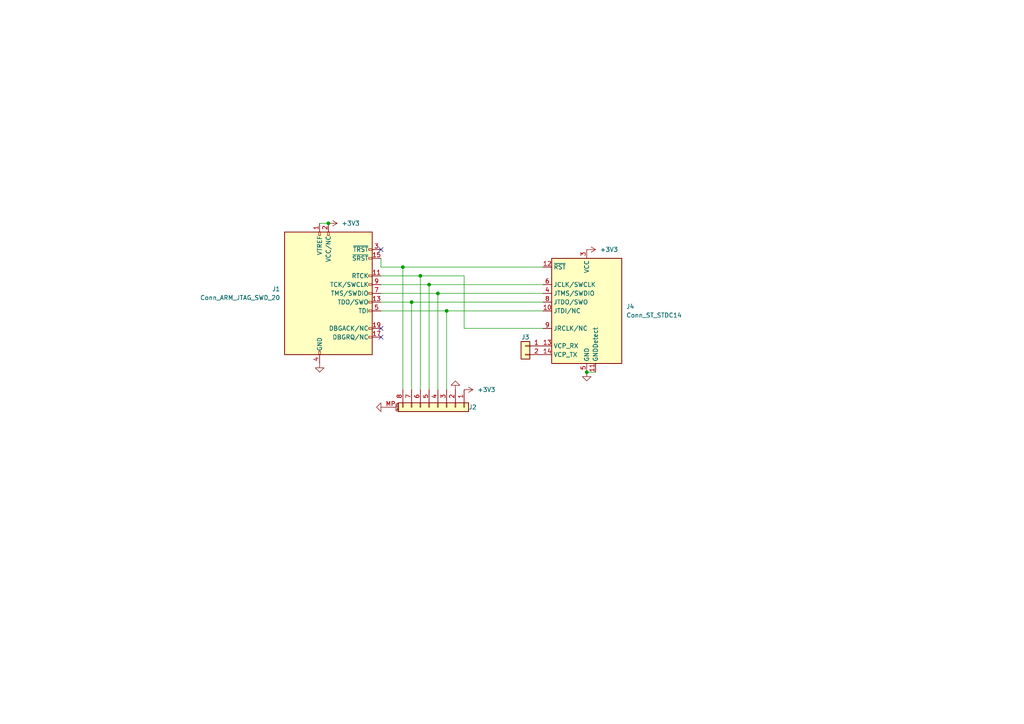
<source format=kicad_sch>
(kicad_sch (version 20230121) (generator eeschema)
  (paper "A4")
  (title_block (title "HwDebug Adapter") (date "2024-01-28") (rev "1.0") (company "JetERA Creative") (comment 1 "https://creativecommons.org/licenses/by-sa/4.0/legalcode.en") (comment 2 "Use of this schematic is governed under the CC BY-SA 4.0 International license."))
  (lib_symbols
    (symbol "Connector:Conn_ARM_JTAG_SWD_20" (pin_names (offset 1.016))
      (property "Reference" "J" (at -5.08 21.59 0))
      (property "Value" "Conn_ARM_JTAG_SWD_20" (at -5.08 19.05 0))
      (symbol "Conn_ARM_JTAG_SWD_20_0_1"
        (rectangle (start -12.7 17.78) (end 12.7 -17.78) (stroke (width 0.254)) (fill (type background)))
        (rectangle (start -2.794 -17.78) (end -2.286 -16.764))
        (rectangle (start -2.794 17.78) (end -2.286 16.764))
        (rectangle (start -0.254 17.78) (end 0.254 16.764))
        (rectangle (start 11.684 2.286) (end 12.7 2.794))
        (rectangle (start 12.7 -12.446) (end 11.684 -12.954))
        (rectangle (start 12.7 -9.906) (end 11.684 -10.414))
        (rectangle (start 12.7 -2.794) (end 11.684 -2.286))
        (rectangle (start 12.7 -0.254) (end 11.684 0.254))
        (rectangle (start 12.7 4.826) (end 11.684 5.334))
        (rectangle (start 12.7 10.414) (end 11.684 9.906))
        (rectangle (start 12.7 12.954) (end 11.684 12.446))
      )
      (symbol "Conn_ARM_JTAG_SWD_20_1_1"
        (rectangle (start 11.684 -5.334) (end 12.7 -4.826))
        (pin power_in line (at -2.54 20.32 270) (length 2.54) (name "VTREF") (number "1"))
        (pin passive line (at -2.54 -20.32 90) (length 2.54) hide (name "GND") (number "10"))
        (pin input line (at 15.24 5.08 180) (length 2.54) (name "RTCK") (number "11"))
        (pin passive line (at -2.54 -20.32 90) (length 2.54) hide (name "GND") (number "12"))
        (pin input line (at 15.24 -2.54 180) (length 2.54) (name "TDO/SWO") (number "13"))
        (pin passive line (at -2.54 -20.32 90) (length 2.54) hide (name "GND") (number "14"))
        (pin bidirectional line (at 15.24 10.16 180) (length 2.54) (name "~{SRST}") (number "15"))
        (pin passive line (at -2.54 -20.32 90) (length 2.54) hide (name "GND") (number "16"))
        (pin output line (at 15.24 -12.7 180) (length 2.54) (name "DBGRQ/NC") (number "17"))
        (pin passive line (at -2.54 -20.32 90) (length 2.54) hide (name "GND") (number "18"))
        (pin input line (at 15.24 -10.16 180) (length 2.54) (name "DBGACK/NC") (number "19"))
        (pin power_in line (at 0 20.32 270) (length 2.54) (name "VCC/NC") (number "2"))
        (pin passive line (at -2.54 -20.32 90) (length 2.54) hide (name "GND") (number "20"))
        (pin output line (at 15.24 12.7 180) (length 2.54) (name "~{TRST}") (number "3"))
        (pin power_in line (at -2.54 -20.32 90) (length 2.54) (name "GND") (number "4"))
        (pin output line (at 15.24 -5.08 180) (length 2.54) (name "TDI") (number "5"))
        (pin passive line (at -2.54 -20.32 90) (length 2.54) hide (name "GND") (number "6"))
        (pin output line (at 15.24 0 180) (length 2.54) (name "TMS/SWDIO") (number "7"))
        (pin passive line (at -2.54 -20.32 90) (length 2.54) hide (name "GND") (number "8"))
        (pin output line (at 15.24 2.54 180) (length 2.54) (name "TCK/SWCLK") (number "9"))
      )
    )
    (symbol "Connector:Conn_ST_STDC14"
      (property "Reference" "J" (at -8.89 16.51 0))
      (property "Value" "Conn_ST_STDC14" (at 17.78 16.51 0))
      (symbol "Conn_ST_STDC14_0_1"
        (rectangle (start -10.16 15.24) (end 10.16 -15.24) (stroke (width 0.254)) (fill (type background)))
      )
      (symbol "Conn_ST_STDC14_1_1"
        (pin no_connect line (at -10.16 5.08 0) (length 2.54) hide (name "NC") (number "1"))
        (pin output line (at 12.7 0 180) (length 2.54) (name "JTDI/NC") (number "10"))
        (pin passive line (at -2.54 -17.78 90) (length 2.54) (name "GNDDetect") (number "11"))
        (pin open_collector line (at 12.7 12.7 180) (length 2.54) (name "~{RST}") (number "12"))
        (pin output line (at 12.7 -10.16 180) (length 2.54) (name "VCP_RX") (number "13"))
        (pin input line (at 12.7 -12.7 180) (length 2.54) (name "VCP_TX") (number "14"))
        (pin no_connect line (at -10.16 2.54 0) (length 2.54) hide (name "NC") (number "2"))
        (pin power_in line (at 0 17.78 270) (length 2.54) (name "VCC") (number "3"))
        (pin bidirectional line (at 12.7 5.08 180) (length 2.54) (name "JTMS/SWDIO") (number "4"))
        (pin power_in line (at 0 -17.78 90) (length 2.54) (name "GND") (number "5"))
        (pin output line (at 12.7 7.62 180) (length 2.54) (name "JCLK/SWCLK") (number "6"))
        (pin passive line (at 0 -17.78 90) (length 2.54) hide (name "GND") (number "7"))
        (pin input line (at 12.7 2.54 180) (length 2.54) (name "JTDO/SWO") (number "8"))
        (pin input line (at 12.7 -5.08 180) (length 2.54) (name "JRCLK/NC") (number "9"))
      )
    )
    (symbol "Connector_Generic:Conn_01x02" (pin_names (offset 1.016) hide)
      (property "Reference" "J" (at 0 2.54 0))
      (property "Value" "Conn_01x02" (at 0 -5.08 0))
      (symbol "Conn_01x02_1_1"
        (rectangle (start -1.27 -2.413) (end 0 -2.667) (stroke (width 0.1524)))
        (rectangle (start -1.27 0.127) (end 0 -0.127) (stroke (width 0.1524)))
        (rectangle (start -1.27 1.27) (end 1.27 -3.81) (stroke (width 0.254)) (fill (type background)))
        (pin passive line (at -5.08 0 0) (length 3.81) (name "Pin_1") (number "1"))
        (pin passive line (at -5.08 -2.54 0) (length 3.81) (name "Pin_2") (number "2"))
      )
    )
    (symbol "Connector_Generic_MountingPin:Conn_01x08_MountingPin" (pin_names (offset 1.016) hide)
      (property "Reference" "J" (at 0 10.16 0))
      (property "Value" "Conn_01x08_MountingPin" (at 1.27 -12.7 0))
      (symbol "Conn_01x08_MountingPin_1_1"
        (rectangle (start -1.27 -10.033) (end 0 -10.287) (stroke (width 0.1524)))
        (rectangle (start -1.27 -7.493) (end 0 -7.747) (stroke (width 0.1524)))
        (rectangle (start -1.27 -4.953) (end 0 -5.207) (stroke (width 0.1524)))
        (rectangle (start -1.27 -2.413) (end 0 -2.667) (stroke (width 0.1524)))
        (rectangle (start -1.27 0.127) (end 0 -0.127) (stroke (width 0.1524)))
        (rectangle (start -1.27 2.667) (end 0 2.413) (stroke (width 0.1524)))
        (rectangle (start -1.27 5.207) (end 0 4.953) (stroke (width 0.1524)))
        (rectangle (start -1.27 7.747) (end 0 7.493) (stroke (width 0.1524)))
        (rectangle (start -1.27 8.89) (end 1.27 -11.43) (stroke (width 0.254)) (fill (type background)))
        (polyline (pts (xy -1.016 -12.192) (xy 1.016 -12.192)) (stroke (width 0.1524)))
        (text "Mounting" (at 0 -11.811 0) (effects (font (size 0.381 0.381))))
        (pin passive line (at -5.08 7.62 0) (length 3.81) (name "Pin_1") (number "1"))
        (pin passive line (at -5.08 5.08 0) (length 3.81) (name "Pin_2") (number "2"))
        (pin passive line (at -5.08 2.54 0) (length 3.81) (name "Pin_3") (number "3"))
        (pin passive line (at -5.08 0 0) (length 3.81) (name "Pin_4") (number "4"))
        (pin passive line (at -5.08 -2.54 0) (length 3.81) (name "Pin_5") (number "5"))
        (pin passive line (at -5.08 -5.08 0) (length 3.81) (name "Pin_6") (number "6"))
        (pin passive line (at -5.08 -7.62 0) (length 3.81) (name "Pin_7") (number "7"))
        (pin passive line (at -5.08 -10.16 0) (length 3.81) (name "Pin_8") (number "8"))
        (pin passive line (at 0 -15.24 90) (length 3.048) (name "MountPin") (number "MP"))
      )
    )
    (symbol "power:+3V3" (power) (pin_names (offset 0))
      (property "Value" "+3V3" (at 0 3.556 0))
      (symbol "+3V3_0_1"
        (polyline (pts (xy -0.762 1.27) (xy 0 2.54)))
        (polyline (pts (xy 0 0) (xy 0 2.54)))
        (polyline (pts (xy 0 2.54) (xy 0.762 1.27)))
      )
      (symbol "+3V3_1_1"
        (pin power_in line (at 0 0 90) (length 0) hide (name "+3V3") (number "1"))
      )
    )
    (symbol "power:GND" (power) (pin_names (offset 0))
      (property "Value" "GND" (at 0 -3.81 0))
      (symbol "GND_0_1"
        (polyline (pts (xy 0 0) (xy 0 -1.27) (xy 1.27 -1.27) (xy 0 -2.54) (xy -1.27 -1.27) (xy 0 -1.27)))
      )
      (symbol "GND_1_1"
        (pin power_in line (at 0 0 270) (length 0) hide (name "GND") (number "1"))
      )
    )
  )
  (junction (at 124.46 82.55))
  (junction (at 170.18 107.95))
  (junction (at 116.84 77.47))
  (junction (at 129.54 90.17))
  (junction (at 121.92 80.01))
  (junction (at 127 85.09))
  (junction (at 119.38 87.63))
  (junction (at 95.25 64.77))
  (no_connect (at 110.49 97.79))
  (no_connect (at 110.49 95.25))
  (no_connect (at 110.49 72.39))
  (wire (pts (xy 129.54 90.17) (xy 157.48 90.17)))
  (wire (pts (xy 170.18 107.95) (xy 172.72 107.95)))
  (wire (pts (xy 134.62 80.01) (xy 134.62 95.25)))
  (wire (pts (xy 127 85.09) (xy 127 113.03)))
  (wire (pts (xy 119.38 87.63) (xy 119.38 113.03)))
  (wire (pts (xy 124.46 82.55) (xy 124.46 113.03)))
  (wire (pts (xy 127 85.09) (xy 157.48 85.09)))
  (wire (pts (xy 110.49 90.17) (xy 129.54 90.17)))
  (wire (pts (xy 121.92 80.01) (xy 110.49 80.01)))
  (wire (pts (xy 110.49 82.55) (xy 124.46 82.55)))
  (wire (pts (xy 121.92 113.03) (xy 121.92 80.01)))
  (wire (pts (xy 110.49 74.93) (xy 110.49 77.47)))
  (wire (pts (xy 110.49 87.63) (xy 119.38 87.63)))
  (wire (pts (xy 116.84 77.47) (xy 116.84 113.03)))
  (wire (pts (xy 124.46 82.55) (xy 157.48 82.55)))
  (wire (pts (xy 92.71 64.77) (xy 95.25 64.77)))
  (wire (pts (xy 129.54 90.17) (xy 129.54 113.03)))
  (wire (pts (xy 119.38 87.63) (xy 157.48 87.63)))
  (wire (pts (xy 116.84 77.47) (xy 157.48 77.47)))
  (wire (pts (xy 110.49 85.09) (xy 127 85.09)))
  (wire (pts (xy 134.62 95.25) (xy 157.48 95.25)))
  (wire (pts (xy 110.49 77.47) (xy 116.84 77.47)))
  (wire (pts (xy 121.92 80.01) (xy 134.62 80.01)))
  (symbol (lib_id "Connector_Generic_MountingPin:Conn_01x08_MountingPin") (at 127 118.11 270) (unit 1)
    (property "Reference" "J2" (at 135.89 118.11 90) (effects (justify left)))
    (property "Value" "Conn_01x08_MountingPin" (effects hide))
    (property "Footprint" "Connector_FFC-FPC:Hirose_FH12-8S-0.5SH_1x08-1MP_P0.50mm_Horizontal" (effects hide))
  )
  (symbol (lib_id "power:GND") (at 92.71 105.41 0) (unit 1)
    (property "Reference" "#PWR01" (effects hide))
    (property "Value" "GND" (effects hide))
  )
  (symbol (lib_id "power:GND") (at 132.08 113.03 180) (unit 1)
    (property "Reference" "#PWR04" (effects hide))
    (property "Value" "GND" (effects hide))
  )
  (symbol (lib_id "power:GND") (at 170.18 107.95 0) (unit 1)
    (property "Reference" "#PWR07" (effects hide))
    (property "Value" "GND" (effects hide))
  )
  (symbol (lib_id "power:+3V3") (at 95.25 64.77 270) (unit 1)
    (property "Reference" "#PWR02" (effects hide))
    (property "Value" "+3V3" (at 99.06 64.77 90) (effects (justify left)))
  )
  (symbol (lib_id "Connector:Conn_ST_STDC14") (at 170.18 90.17 0) (mirror y) (unit 1)
    (property "Reference" "J4" (at 181.61 88.9 0) (effects (justify right)))
    (property "Value" "Conn_ST_STDC14" (at 181.61 91.44 0) (effects (justify right)))
    (property "Footprint" "Connector_PinHeader_1.27mm:PinHeader_2x07_P1.27mm_Vertical_SMD" (effects hide))
    (property "Datasheet" "https://www.st.com/content/ccc/resource/technical/document/user_manual/group1/99/49/91/b6/b2/3a/46/e5/DM00526767/files/DM00526767.pdf/jcr:content/translations/en.DM00526767.pdf" (effects hide))
  )
  (symbol (lib_id "power:+3V3") (at 134.62 113.03 270) (mirror x) (unit 1)
    (property "Reference" "#PWR05" (effects hide))
    (property "Value" "+3V3" (at 138.43 113.03 90) (effects (justify left)))
  )
  (symbol (lib_id "power:+3V3") (at 170.18 72.39 270) (unit 1)
    (property "Reference" "#PWR06" (effects hide))
    (property "Value" "+3V3" (at 173.99 72.39 90) (effects (justify left)))
  )
  (symbol (lib_id "power:GND") (at 111.76 118.11 270) (unit 1)
    (property "Reference" "#PWR03" (effects hide))
    (property "Value" "GND" (effects hide))
  )
  (symbol (lib_id "Connector_Generic:Conn_01x02") (at 152.4 100.33 0) (mirror y) (unit 1)
    (property "Reference" "J3" (at 152.4 97.79 0))
    (property "Value" "Conn_01x02" (effects hide))
    (property "Footprint" "Connector_PinHeader_2.54mm:PinHeader_1x02_P2.54mm_Vertical" (effects hide))
  )
  (symbol (lib_id "Connector:Conn_ARM_JTAG_SWD_20") (at 95.25 85.09 0) (unit 1)
    (property "Reference" "J1" (at 81.28 83.82 0) (effects (justify right)))
    (property "Value" "Conn_ARM_JTAG_SWD_20" (at 81.28 86.36 0) (effects (justify right)))
    (property "Footprint" "Connector_PinHeader_2.54mm:PinHeader_2x10_P2.54mm_Vertical" (effects hide))
    (property "Datasheet" "http://infocenter.arm.com/help/topic/com.arm.doc.dui0499b/DUI0499B_system_design_reference.pdf" (effects hide))
  )
)
</source>
